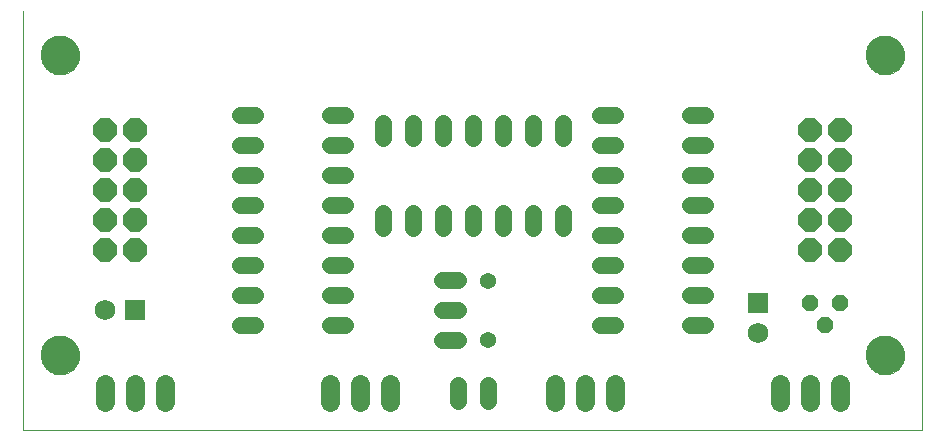
<source format=gbs>
G75*
G70*
%OFA0B0*%
%FSLAX24Y24*%
%IPPOS*%
%LPD*%
%AMOC8*
5,1,8,0,0,1.08239X$1,22.5*
%
%ADD10C,0.0000*%
%ADD11C,0.1300*%
%ADD12C,0.0560*%
%ADD13C,0.0634*%
%ADD14OC8,0.0780*%
%ADD15C,0.0540*%
%ADD16OC8,0.0560*%
%ADD17R,0.0690X0.0690*%
%ADD18C,0.0690*%
D10*
X000101Y000151D02*
X000101Y014147D01*
X000721Y012651D02*
X000723Y012701D01*
X000729Y012751D01*
X000739Y012800D01*
X000753Y012848D01*
X000770Y012895D01*
X000791Y012940D01*
X000816Y012984D01*
X000844Y013025D01*
X000876Y013064D01*
X000910Y013101D01*
X000947Y013135D01*
X000987Y013165D01*
X001029Y013192D01*
X001073Y013216D01*
X001119Y013237D01*
X001166Y013253D01*
X001214Y013266D01*
X001264Y013275D01*
X001313Y013280D01*
X001364Y013281D01*
X001414Y013278D01*
X001463Y013271D01*
X001512Y013260D01*
X001560Y013245D01*
X001606Y013227D01*
X001651Y013205D01*
X001694Y013179D01*
X001735Y013150D01*
X001774Y013118D01*
X001810Y013083D01*
X001842Y013045D01*
X001872Y013005D01*
X001899Y012962D01*
X001922Y012918D01*
X001941Y012872D01*
X001957Y012824D01*
X001969Y012775D01*
X001977Y012726D01*
X001981Y012676D01*
X001981Y012626D01*
X001977Y012576D01*
X001969Y012527D01*
X001957Y012478D01*
X001941Y012430D01*
X001922Y012384D01*
X001899Y012340D01*
X001872Y012297D01*
X001842Y012257D01*
X001810Y012219D01*
X001774Y012184D01*
X001735Y012152D01*
X001694Y012123D01*
X001651Y012097D01*
X001606Y012075D01*
X001560Y012057D01*
X001512Y012042D01*
X001463Y012031D01*
X001414Y012024D01*
X001364Y012021D01*
X001313Y012022D01*
X001264Y012027D01*
X001214Y012036D01*
X001166Y012049D01*
X001119Y012065D01*
X001073Y012086D01*
X001029Y012110D01*
X000987Y012137D01*
X000947Y012167D01*
X000910Y012201D01*
X000876Y012238D01*
X000844Y012277D01*
X000816Y012318D01*
X000791Y012362D01*
X000770Y012407D01*
X000753Y012454D01*
X000739Y012502D01*
X000729Y012551D01*
X000723Y012601D01*
X000721Y012651D01*
X000721Y002651D02*
X000723Y002701D01*
X000729Y002751D01*
X000739Y002800D01*
X000753Y002848D01*
X000770Y002895D01*
X000791Y002940D01*
X000816Y002984D01*
X000844Y003025D01*
X000876Y003064D01*
X000910Y003101D01*
X000947Y003135D01*
X000987Y003165D01*
X001029Y003192D01*
X001073Y003216D01*
X001119Y003237D01*
X001166Y003253D01*
X001214Y003266D01*
X001264Y003275D01*
X001313Y003280D01*
X001364Y003281D01*
X001414Y003278D01*
X001463Y003271D01*
X001512Y003260D01*
X001560Y003245D01*
X001606Y003227D01*
X001651Y003205D01*
X001694Y003179D01*
X001735Y003150D01*
X001774Y003118D01*
X001810Y003083D01*
X001842Y003045D01*
X001872Y003005D01*
X001899Y002962D01*
X001922Y002918D01*
X001941Y002872D01*
X001957Y002824D01*
X001969Y002775D01*
X001977Y002726D01*
X001981Y002676D01*
X001981Y002626D01*
X001977Y002576D01*
X001969Y002527D01*
X001957Y002478D01*
X001941Y002430D01*
X001922Y002384D01*
X001899Y002340D01*
X001872Y002297D01*
X001842Y002257D01*
X001810Y002219D01*
X001774Y002184D01*
X001735Y002152D01*
X001694Y002123D01*
X001651Y002097D01*
X001606Y002075D01*
X001560Y002057D01*
X001512Y002042D01*
X001463Y002031D01*
X001414Y002024D01*
X001364Y002021D01*
X001313Y002022D01*
X001264Y002027D01*
X001214Y002036D01*
X001166Y002049D01*
X001119Y002065D01*
X001073Y002086D01*
X001029Y002110D01*
X000987Y002137D01*
X000947Y002167D01*
X000910Y002201D01*
X000876Y002238D01*
X000844Y002277D01*
X000816Y002318D01*
X000791Y002362D01*
X000770Y002407D01*
X000753Y002454D01*
X000739Y002502D01*
X000729Y002551D01*
X000723Y002601D01*
X000721Y002651D01*
X000101Y000151D02*
X030096Y000151D01*
X030096Y014147D01*
X028221Y012651D02*
X028223Y012701D01*
X028229Y012751D01*
X028239Y012800D01*
X028253Y012848D01*
X028270Y012895D01*
X028291Y012940D01*
X028316Y012984D01*
X028344Y013025D01*
X028376Y013064D01*
X028410Y013101D01*
X028447Y013135D01*
X028487Y013165D01*
X028529Y013192D01*
X028573Y013216D01*
X028619Y013237D01*
X028666Y013253D01*
X028714Y013266D01*
X028764Y013275D01*
X028813Y013280D01*
X028864Y013281D01*
X028914Y013278D01*
X028963Y013271D01*
X029012Y013260D01*
X029060Y013245D01*
X029106Y013227D01*
X029151Y013205D01*
X029194Y013179D01*
X029235Y013150D01*
X029274Y013118D01*
X029310Y013083D01*
X029342Y013045D01*
X029372Y013005D01*
X029399Y012962D01*
X029422Y012918D01*
X029441Y012872D01*
X029457Y012824D01*
X029469Y012775D01*
X029477Y012726D01*
X029481Y012676D01*
X029481Y012626D01*
X029477Y012576D01*
X029469Y012527D01*
X029457Y012478D01*
X029441Y012430D01*
X029422Y012384D01*
X029399Y012340D01*
X029372Y012297D01*
X029342Y012257D01*
X029310Y012219D01*
X029274Y012184D01*
X029235Y012152D01*
X029194Y012123D01*
X029151Y012097D01*
X029106Y012075D01*
X029060Y012057D01*
X029012Y012042D01*
X028963Y012031D01*
X028914Y012024D01*
X028864Y012021D01*
X028813Y012022D01*
X028764Y012027D01*
X028714Y012036D01*
X028666Y012049D01*
X028619Y012065D01*
X028573Y012086D01*
X028529Y012110D01*
X028487Y012137D01*
X028447Y012167D01*
X028410Y012201D01*
X028376Y012238D01*
X028344Y012277D01*
X028316Y012318D01*
X028291Y012362D01*
X028270Y012407D01*
X028253Y012454D01*
X028239Y012502D01*
X028229Y012551D01*
X028223Y012601D01*
X028221Y012651D01*
X028221Y002651D02*
X028223Y002701D01*
X028229Y002751D01*
X028239Y002800D01*
X028253Y002848D01*
X028270Y002895D01*
X028291Y002940D01*
X028316Y002984D01*
X028344Y003025D01*
X028376Y003064D01*
X028410Y003101D01*
X028447Y003135D01*
X028487Y003165D01*
X028529Y003192D01*
X028573Y003216D01*
X028619Y003237D01*
X028666Y003253D01*
X028714Y003266D01*
X028764Y003275D01*
X028813Y003280D01*
X028864Y003281D01*
X028914Y003278D01*
X028963Y003271D01*
X029012Y003260D01*
X029060Y003245D01*
X029106Y003227D01*
X029151Y003205D01*
X029194Y003179D01*
X029235Y003150D01*
X029274Y003118D01*
X029310Y003083D01*
X029342Y003045D01*
X029372Y003005D01*
X029399Y002962D01*
X029422Y002918D01*
X029441Y002872D01*
X029457Y002824D01*
X029469Y002775D01*
X029477Y002726D01*
X029481Y002676D01*
X029481Y002626D01*
X029477Y002576D01*
X029469Y002527D01*
X029457Y002478D01*
X029441Y002430D01*
X029422Y002384D01*
X029399Y002340D01*
X029372Y002297D01*
X029342Y002257D01*
X029310Y002219D01*
X029274Y002184D01*
X029235Y002152D01*
X029194Y002123D01*
X029151Y002097D01*
X029106Y002075D01*
X029060Y002057D01*
X029012Y002042D01*
X028963Y002031D01*
X028914Y002024D01*
X028864Y002021D01*
X028813Y002022D01*
X028764Y002027D01*
X028714Y002036D01*
X028666Y002049D01*
X028619Y002065D01*
X028573Y002086D01*
X028529Y002110D01*
X028487Y002137D01*
X028447Y002167D01*
X028410Y002201D01*
X028376Y002238D01*
X028344Y002277D01*
X028316Y002318D01*
X028291Y002362D01*
X028270Y002407D01*
X028253Y002454D01*
X028239Y002502D01*
X028229Y002551D01*
X028223Y002601D01*
X028221Y002651D01*
D11*
X028851Y002651D03*
X028851Y012651D03*
X001351Y012651D03*
X001351Y002651D03*
D12*
X007341Y003651D02*
X007861Y003651D01*
X007861Y004651D02*
X007341Y004651D01*
X007341Y005651D02*
X007861Y005651D01*
X007861Y006651D02*
X007341Y006651D01*
X007341Y007651D02*
X007861Y007651D01*
X007861Y008651D02*
X007341Y008651D01*
X007341Y009651D02*
X007861Y009651D01*
X007861Y010651D02*
X007341Y010651D01*
X010341Y010651D02*
X010861Y010651D01*
X012101Y010411D02*
X012101Y009891D01*
X013101Y009891D02*
X013101Y010411D01*
X014101Y010411D02*
X014101Y009891D01*
X015101Y009891D02*
X015101Y010411D01*
X016101Y010411D02*
X016101Y009891D01*
X017101Y009891D02*
X017101Y010411D01*
X018101Y010411D02*
X018101Y009891D01*
X019341Y009651D02*
X019861Y009651D01*
X019861Y008651D02*
X019341Y008651D01*
X019341Y007651D02*
X019861Y007651D01*
X018101Y007411D02*
X018101Y006891D01*
X017101Y006891D02*
X017101Y007411D01*
X016101Y007411D02*
X016101Y006891D01*
X015101Y006891D02*
X015101Y007411D01*
X014101Y007411D02*
X014101Y006891D01*
X013101Y006891D02*
X013101Y007411D01*
X012101Y007411D02*
X012101Y006891D01*
X010861Y006651D02*
X010341Y006651D01*
X010341Y005651D02*
X010861Y005651D01*
X010861Y004651D02*
X010341Y004651D01*
X010341Y003651D02*
X010861Y003651D01*
X014091Y003151D02*
X014611Y003151D01*
X014611Y004151D02*
X014091Y004151D01*
X014091Y005151D02*
X014611Y005151D01*
X019341Y004651D02*
X019861Y004651D01*
X019861Y003651D02*
X019341Y003651D01*
X022341Y003651D02*
X022861Y003651D01*
X022861Y004651D02*
X022341Y004651D01*
X022341Y005651D02*
X022861Y005651D01*
X022861Y006651D02*
X022341Y006651D01*
X022341Y007651D02*
X022861Y007651D01*
X022861Y008651D02*
X022341Y008651D01*
X022341Y009651D02*
X022861Y009651D01*
X022861Y010651D02*
X022341Y010651D01*
X019861Y010651D02*
X019341Y010651D01*
X019341Y006651D02*
X019861Y006651D01*
X019861Y005651D02*
X019341Y005651D01*
X015601Y001661D02*
X015601Y001141D01*
X014601Y001141D02*
X014601Y001661D01*
X010861Y007651D02*
X010341Y007651D01*
X010341Y008651D02*
X010861Y008651D01*
X010861Y009651D02*
X010341Y009651D01*
D13*
X010351Y001698D02*
X010351Y001104D01*
X011351Y001104D02*
X011351Y001698D01*
X012351Y001698D02*
X012351Y001104D01*
X017851Y001104D02*
X017851Y001698D01*
X018851Y001698D02*
X018851Y001104D01*
X019851Y001104D02*
X019851Y001698D01*
X025351Y001698D02*
X025351Y001104D01*
X026351Y001104D02*
X026351Y001698D01*
X027351Y001698D02*
X027351Y001104D01*
X004851Y001104D02*
X004851Y001698D01*
X003851Y001698D02*
X003851Y001104D01*
X002851Y001104D02*
X002851Y001698D01*
D14*
X002851Y006151D03*
X003851Y006151D03*
X003851Y007151D03*
X002851Y007151D03*
X002851Y008151D03*
X003851Y008151D03*
X003851Y009151D03*
X002851Y009151D03*
X002851Y010151D03*
X003851Y010151D03*
X026351Y010151D03*
X027351Y010151D03*
X027351Y009151D03*
X026351Y009151D03*
X026351Y008151D03*
X027351Y008151D03*
X027351Y007151D03*
X026351Y007151D03*
X026351Y006151D03*
X027351Y006151D03*
D15*
X015601Y005135D03*
X015601Y003167D03*
D16*
X026351Y004401D03*
X027351Y004401D03*
X026851Y003651D03*
D17*
X024601Y004401D03*
X003851Y004151D03*
D18*
X002851Y004151D03*
X024601Y003401D03*
M02*

</source>
